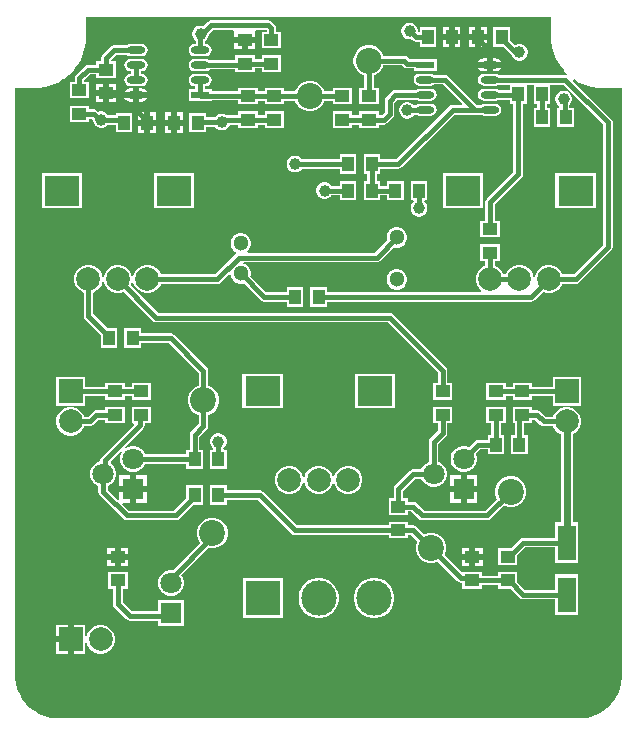
<source format=gtl>
G04*
G04 #@! TF.GenerationSoftware,Altium Limited,Altium Designer,24.2.2 (26)*
G04*
G04 Layer_Physical_Order=1*
G04 Layer_Color=255*
%FSLAX25Y25*%
%MOIN*%
G70*
G04*
G04 #@! TF.SameCoordinates,D69A43C9-FDAF-4BAE-836A-D486D32142D5*
G04*
G04*
G04 #@! TF.FilePolarity,Positive*
G04*
G01*
G75*
%ADD14R,0.04921X0.03937*%
%ADD15R,0.03937X0.04921*%
%ADD16R,0.06299X0.11811*%
%ADD17O,0.06102X0.02362*%
%ADD18R,0.06102X0.02362*%
%ADD36C,0.01575*%
%ADD37C,0.02362*%
%ADD38C,0.08661*%
%ADD39R,0.11811X0.09843*%
%ADD40C,0.07874*%
%ADD41C,0.07087*%
%ADD42R,0.07087X0.07087*%
%ADD43C,0.05118*%
%ADD44C,0.11811*%
%ADD45R,0.11811X0.11811*%
%ADD46R,0.07087X0.07087*%
%ADD47R,0.07874X0.07874*%
%ADD48R,0.07874X0.07874*%
%ADD49C,0.03937*%
G36*
X183835Y405512D02*
X183839Y405492D01*
X183836Y405472D01*
X183870Y404442D01*
X183883Y404384D01*
X183879Y404325D01*
X184148Y402282D01*
X184174Y402207D01*
X184179Y402128D01*
X184712Y400138D01*
X184747Y400067D01*
X184763Y399989D01*
X185551Y398086D01*
X185595Y398020D01*
X185621Y397944D01*
X186651Y396161D01*
X186703Y396101D01*
X186738Y396030D01*
X187992Y394395D01*
X188052Y394343D01*
X188096Y394277D01*
X189084Y393289D01*
X188838Y392828D01*
X188551Y392885D01*
X188551Y392885D01*
X166298D01*
X165926Y393134D01*
X165157Y393287D01*
X161417D01*
X160649Y393134D01*
X159998Y392699D01*
X159563Y392048D01*
X159410Y391280D01*
X159563Y390511D01*
X159998Y389860D01*
X160649Y389425D01*
X161417Y389272D01*
X165157D01*
X165926Y389425D01*
X166298Y389674D01*
X169582D01*
X170079Y389665D01*
X170079Y389174D01*
Y387885D01*
X166298D01*
X165926Y388134D01*
X165157Y388287D01*
X161417D01*
X160649Y388134D01*
X159998Y387699D01*
X159563Y387048D01*
X159410Y386280D01*
X159563Y385511D01*
X159998Y384860D01*
X160649Y384425D01*
X161417Y384273D01*
X165157D01*
X165926Y384425D01*
X166298Y384674D01*
X170079D01*
Y383169D01*
X171229D01*
Y360508D01*
X162250Y351529D01*
X161902Y351008D01*
X161780Y350394D01*
X161780Y350394D01*
Y344291D01*
X160138D01*
Y338779D01*
X166634D01*
Y344291D01*
X164991D01*
Y349729D01*
X173970Y358707D01*
X174318Y359228D01*
X174440Y359842D01*
X174440Y359843D01*
Y383169D01*
X175591D01*
X175591Y389665D01*
X176087Y389674D01*
X177456D01*
X177953Y389665D01*
X177953Y389174D01*
Y383169D01*
X179103D01*
Y381988D01*
X177953D01*
Y375492D01*
X183465D01*
Y381988D01*
X182314D01*
Y383169D01*
X183465D01*
X183465Y389665D01*
X183961Y389674D01*
X187886D01*
X201150Y376409D01*
Y336295D01*
X191264Y326409D01*
X187532D01*
X187473Y326627D01*
X186851Y327704D01*
X185972Y328584D01*
X184894Y329206D01*
X183693Y329528D01*
X182449D01*
X181247Y329206D01*
X180170Y328584D01*
X179290Y327704D01*
X178668Y326627D01*
X178408Y325656D01*
X177891D01*
X177631Y326627D01*
X177009Y327704D01*
X176129Y328584D01*
X175052Y329206D01*
X173850Y329528D01*
X172606D01*
X171405Y329206D01*
X170327Y328584D01*
X169448Y327704D01*
X168826Y326627D01*
X168767Y326409D01*
X167847D01*
X167788Y326627D01*
X167166Y327704D01*
X166287Y328584D01*
X165209Y329206D01*
X164991Y329264D01*
Y330906D01*
X166634D01*
Y336417D01*
X160138D01*
Y330906D01*
X161780D01*
Y329264D01*
X161562Y329206D01*
X160485Y328584D01*
X159605Y327704D01*
X158983Y326627D01*
X158661Y325425D01*
Y324181D01*
X158983Y322980D01*
X159605Y321902D01*
X160485Y321023D01*
X160548Y320986D01*
X160419Y320503D01*
X109055D01*
Y322146D01*
X103543D01*
Y315650D01*
X109055D01*
Y317292D01*
X177165D01*
X177165Y317292D01*
X177780Y317414D01*
X178301Y317762D01*
X181052Y320513D01*
X181247Y320401D01*
X182449Y320079D01*
X183693D01*
X184894Y320401D01*
X185972Y321023D01*
X186851Y321902D01*
X187473Y322980D01*
X187532Y323197D01*
X191929D01*
X191929Y323197D01*
X192543Y323320D01*
X193064Y323668D01*
X203891Y334495D01*
X204239Y335016D01*
X204362Y335630D01*
X204362Y335630D01*
Y377075D01*
X204362Y377075D01*
X204239Y377689D01*
X203891Y378210D01*
X203891Y378210D01*
X191090Y391011D01*
X191091Y391012D01*
X191436Y391375D01*
X193220Y390345D01*
X193295Y390319D01*
X193361Y390275D01*
X195264Y389487D01*
X195342Y389472D01*
X195414Y389436D01*
X197403Y388903D01*
X197483Y388898D01*
X197558Y388873D01*
X199600Y388604D01*
X199660Y388608D01*
X199718Y388594D01*
X200748Y388560D01*
X200768Y388563D01*
X200787Y388560D01*
X207457D01*
X207457Y192913D01*
X207457Y191960D01*
X207208Y190070D01*
X206715Y188228D01*
X205985Y186467D01*
X205032Y184816D01*
X203871Y183303D01*
X202523Y181955D01*
X201011Y180795D01*
X199360Y179841D01*
X197598Y179112D01*
X195757Y178618D01*
X193867Y178369D01*
X192913D01*
X19685Y178369D01*
X18732D01*
X16842Y178618D01*
X15000Y179112D01*
X13239Y179841D01*
X11588Y180795D01*
X10075Y181955D01*
X8727Y183303D01*
X7566Y184816D01*
X6613Y186467D01*
X5883Y188228D01*
X5390Y190070D01*
X5141Y191960D01*
X5141Y192913D01*
Y388560D01*
X11811D01*
X11831Y388563D01*
X11850Y388560D01*
X12880Y388594D01*
X12939Y388608D01*
X12998Y388604D01*
X15041Y388873D01*
X15116Y388898D01*
X15195Y388903D01*
X17185Y389436D01*
X17256Y389472D01*
X17334Y389487D01*
X19237Y390275D01*
X19303Y390319D01*
X19378Y390345D01*
X21162Y391375D01*
X21222Y391427D01*
X21293Y391462D01*
X22928Y392717D01*
X22980Y392776D01*
X23046Y392820D01*
X24502Y394277D01*
X24547Y394343D01*
X24606Y394395D01*
X25860Y396030D01*
X25896Y396101D01*
X25948Y396161D01*
X26978Y397944D01*
X27003Y398020D01*
X27048Y398086D01*
X27836Y399989D01*
X27851Y400067D01*
X27887Y400138D01*
X28420Y402128D01*
X28425Y402207D01*
X28450Y402282D01*
X28719Y404325D01*
X28715Y404384D01*
X28729Y404442D01*
X28763Y405472D01*
X28759Y405492D01*
X28763Y405512D01*
Y412182D01*
X183835D01*
Y405512D01*
D02*
G37*
%LPC*%
G36*
X89567Y411055D02*
X89567Y411055D01*
X70521D01*
X69907Y410932D01*
X69386Y410584D01*
X69386Y410584D01*
X67893Y409091D01*
X67292Y409252D01*
X66566D01*
X65865Y409064D01*
X65237Y408701D01*
X64724Y408188D01*
X64361Y407560D01*
X64173Y406859D01*
Y406133D01*
X64361Y405432D01*
X64724Y404804D01*
X65237Y404291D01*
X65274Y404269D01*
Y403208D01*
X64961D01*
X64193Y403055D01*
X63541Y402620D01*
X63106Y401969D01*
X62954Y401201D01*
X63106Y400433D01*
X63541Y399782D01*
X64193Y399346D01*
X64961Y399194D01*
X68701D01*
X69469Y399346D01*
X70120Y399782D01*
X70555Y400433D01*
X70708Y401201D01*
X70555Y401969D01*
X70120Y402620D01*
X69469Y403055D01*
X68701Y403208D01*
X68486D01*
Y404212D01*
X68621Y404291D01*
X69134Y404804D01*
X69497Y405432D01*
X69685Y406133D01*
Y406342D01*
X71186Y407843D01*
X77876D01*
X78232Y407496D01*
X78232Y407343D01*
Y405528D01*
X81693D01*
X85154D01*
Y407343D01*
X85154Y407496D01*
X85510Y407843D01*
X88902D01*
X88946Y407799D01*
Y407283D01*
X87303D01*
Y401772D01*
X93799D01*
Y407283D01*
X92157D01*
Y408464D01*
X92157Y408465D01*
X92035Y409079D01*
X91686Y409600D01*
X91686Y409600D01*
X90702Y410584D01*
X90181Y410932D01*
X90079Y410953D01*
X89567Y411055D01*
D02*
G37*
G36*
X153559Y408972D02*
X151591D01*
Y406512D01*
X153559D01*
Y408972D01*
D02*
G37*
G36*
X149591D02*
X147622D01*
Y406512D01*
X149591D01*
Y408972D01*
D02*
G37*
G36*
X162417D02*
X160449D01*
Y406512D01*
X162417D01*
Y408972D01*
D02*
G37*
G36*
X158449D02*
X156480D01*
Y406512D01*
X158449D01*
Y408972D01*
D02*
G37*
G36*
X47244Y403208D02*
X43504D01*
X42736Y403055D01*
X42364Y402806D01*
X38012D01*
X38012Y402806D01*
X37397Y402684D01*
X36876Y402336D01*
X34298Y399757D01*
X33950Y399236D01*
X33827Y398622D01*
X33827Y398622D01*
Y397441D01*
X32185D01*
Y396291D01*
X29528D01*
X28913Y396168D01*
X28392Y395820D01*
X28392Y395820D01*
X25439Y392868D01*
X25091Y392347D01*
X24969Y391732D01*
X24969Y391732D01*
Y390551D01*
X23327D01*
Y385039D01*
X29823D01*
Y390551D01*
X28181D01*
Y391067D01*
X30193Y393079D01*
X32185D01*
Y391929D01*
X38681D01*
Y397441D01*
X37039D01*
Y397957D01*
X38677Y399595D01*
X42364D01*
X42736Y399346D01*
X43504Y399194D01*
X47244D01*
X48012Y399346D01*
X48663Y399782D01*
X49098Y400433D01*
X49251Y401201D01*
X49098Y401969D01*
X48663Y402620D01*
X48012Y403055D01*
X47244Y403208D01*
D02*
G37*
G36*
X136977Y410236D02*
X136251D01*
X135550Y410048D01*
X134922Y409686D01*
X134409Y409172D01*
X134046Y408544D01*
X133858Y407843D01*
Y407118D01*
X134046Y406417D01*
X134409Y405788D01*
X134922Y405275D01*
X135550Y404912D01*
X136251Y404724D01*
X136977D01*
X137109Y404760D01*
X137493Y404376D01*
X138013Y404028D01*
X138628Y403906D01*
X138628Y403906D01*
X139961D01*
Y402264D01*
X145472D01*
Y408760D01*
X139961D01*
Y407118D01*
X139370D01*
X139370Y407118D01*
Y407843D01*
X139182Y408544D01*
X138819Y409172D01*
X138306Y409686D01*
X137678Y410048D01*
X136977Y410236D01*
D02*
G37*
G36*
X162417Y404512D02*
X160449D01*
Y402051D01*
X162417D01*
Y404512D01*
D02*
G37*
G36*
X158449D02*
X156480D01*
Y402051D01*
X158449D01*
Y404512D01*
D02*
G37*
G36*
X153559Y404512D02*
X151591D01*
Y402051D01*
X153559D01*
Y404512D01*
D02*
G37*
G36*
X149591D02*
X147622D01*
Y402051D01*
X149591D01*
Y404512D01*
D02*
G37*
G36*
X85154Y403528D02*
X82693D01*
Y401559D01*
X85154D01*
Y403528D01*
D02*
G37*
G36*
X80693D02*
X78232D01*
Y401559D01*
X80693D01*
Y403528D01*
D02*
G37*
G36*
X93799Y399409D02*
X87303D01*
Y398259D01*
X84941D01*
Y399409D01*
X78445D01*
Y397957D01*
X69616D01*
X69469Y398055D01*
X68701Y398208D01*
X64961D01*
X64193Y398055D01*
X63541Y397620D01*
X63106Y396969D01*
X62954Y396201D01*
X63106Y395433D01*
X63541Y394782D01*
X64193Y394346D01*
X64961Y394194D01*
X68701D01*
X69469Y394346D01*
X70066Y394746D01*
X78445D01*
Y393898D01*
X84941D01*
Y395048D01*
X87303D01*
Y393898D01*
X93799D01*
Y399409D01*
D02*
G37*
G36*
X170079Y408760D02*
X164567D01*
Y402264D01*
X167808D01*
X170361Y399710D01*
X170361Y399710D01*
X170601Y399550D01*
X170660Y399330D01*
X171023Y398702D01*
X171536Y398188D01*
X172165Y397826D01*
X172865Y397638D01*
X173591D01*
X174292Y397826D01*
X174920Y398188D01*
X175434Y398702D01*
X175796Y399330D01*
X175984Y400031D01*
Y400757D01*
X175796Y401457D01*
X175434Y402086D01*
X174920Y402599D01*
X174292Y402962D01*
X173591Y403150D01*
X172865D01*
X172165Y402962D01*
X171839Y402774D01*
X170079Y404534D01*
Y408760D01*
D02*
G37*
G36*
X165157Y398503D02*
X164287D01*
Y397280D01*
X167113D01*
X166730Y397852D01*
X166008Y398334D01*
X165157Y398503D01*
D02*
G37*
G36*
X162287D02*
X161417D01*
X160566Y398334D01*
X159845Y397852D01*
X159462Y397280D01*
X162287D01*
Y398503D01*
D02*
G37*
G36*
X123705Y402756D02*
X122358D01*
X121056Y402407D01*
X119889Y401733D01*
X118936Y400780D01*
X118262Y399613D01*
X117913Y398312D01*
Y396964D01*
X118262Y395662D01*
X118936Y394495D01*
X119889Y393542D01*
X121056Y392868D01*
X121426Y392769D01*
Y388583D01*
X119783D01*
Y383071D01*
X126279D01*
Y388583D01*
X124637D01*
Y392769D01*
X125007Y392868D01*
X126174Y393542D01*
X127127Y394495D01*
X127801Y395662D01*
X127900Y396032D01*
X134177D01*
X134691Y395518D01*
X134691Y395518D01*
X135212Y395170D01*
X135827Y395048D01*
X137992D01*
Y394311D01*
X145669D01*
Y398248D01*
X141513D01*
X141457Y398259D01*
X141457Y398259D01*
X136492D01*
X135978Y398773D01*
X135457Y399121D01*
X134843Y399243D01*
X134843Y399243D01*
X127900D01*
X127801Y399613D01*
X127127Y400780D01*
X126174Y401733D01*
X125007Y402407D01*
X123705Y402756D01*
D02*
G37*
G36*
X167113Y395280D02*
X164287D01*
Y394056D01*
X165157D01*
X166008Y394225D01*
X166730Y394707D01*
X167113Y395280D01*
D02*
G37*
G36*
X162287D02*
X159462D01*
X159845Y394707D01*
X160566Y394225D01*
X161417Y394056D01*
X162287D01*
Y395280D01*
D02*
G37*
G36*
X47244Y398208D02*
X43504D01*
X42736Y398055D01*
X42085Y397620D01*
X41650Y396969D01*
X41497Y396201D01*
X41650Y395433D01*
X42085Y394782D01*
X42736Y394346D01*
X43504Y394194D01*
X43768D01*
Y393208D01*
X43504D01*
X42736Y393055D01*
X42085Y392620D01*
X41650Y391969D01*
X41497Y391201D01*
X41650Y390433D01*
X42085Y389782D01*
X42736Y389347D01*
X43504Y389194D01*
X47244D01*
X48012Y389347D01*
X48663Y389782D01*
X49098Y390433D01*
X49251Y391201D01*
X49098Y391969D01*
X48663Y392620D01*
X48012Y393055D01*
X47244Y393208D01*
X46980D01*
Y394194D01*
X47244D01*
X48012Y394346D01*
X48663Y394782D01*
X49098Y395433D01*
X49251Y396201D01*
X49098Y396969D01*
X48663Y397620D01*
X48012Y398055D01*
X47244Y398208D01*
D02*
G37*
G36*
X143701Y388287D02*
X139961D01*
X139193Y388134D01*
X138821Y387885D01*
X131890D01*
X131890Y387885D01*
X131275Y387763D01*
X130754Y387415D01*
X128786Y385446D01*
X128438Y384926D01*
X128316Y384311D01*
X128316Y384311D01*
Y380586D01*
X127288Y379558D01*
X126279D01*
Y380709D01*
X119783D01*
Y379558D01*
X117421D01*
Y380709D01*
X110925D01*
Y375197D01*
X117421D01*
Y376347D01*
X119783D01*
Y375197D01*
X126279D01*
Y376347D01*
X127953D01*
X127953Y376347D01*
X128567Y376469D01*
X129088Y376817D01*
X131057Y378786D01*
X131057Y378786D01*
X131405Y379307D01*
X131527Y379921D01*
Y383646D01*
X132555Y384674D01*
X138821D01*
X139193Y384425D01*
X139961Y384273D01*
X143701D01*
X144469Y384425D01*
X145120Y384860D01*
X145555Y385511D01*
X145708Y386280D01*
X145555Y387048D01*
X145120Y387699D01*
X144469Y388134D01*
X143701Y388287D01*
D02*
G37*
G36*
X38894Y389779D02*
X36433D01*
Y387811D01*
X38894D01*
Y389779D01*
D02*
G37*
G36*
X34433D02*
X31972D01*
Y387811D01*
X34433D01*
Y389779D01*
D02*
G37*
G36*
X47244Y388425D02*
X46374D01*
Y387201D01*
X49199D01*
X48817Y387773D01*
X48095Y388255D01*
X47244Y388425D01*
D02*
G37*
G36*
X44374D02*
X43504D01*
X42653Y388255D01*
X41932Y387773D01*
X41549Y387201D01*
X44374D01*
Y388425D01*
D02*
G37*
G36*
X49199Y385201D02*
X46374D01*
Y383977D01*
X47244D01*
X48095Y384146D01*
X48817Y384628D01*
X49199Y385201D01*
D02*
G37*
G36*
X44374D02*
X41549D01*
X41932Y384628D01*
X42653Y384146D01*
X43504Y383977D01*
X44374D01*
Y385201D01*
D02*
G37*
G36*
X38894Y385811D02*
X36433D01*
Y383842D01*
X38894D01*
Y385811D01*
D02*
G37*
G36*
X34433D02*
X31972D01*
Y383842D01*
X34433D01*
Y385811D01*
D02*
G37*
G36*
X68701Y393208D02*
X64961D01*
X64193Y393055D01*
X63541Y392620D01*
X63106Y391969D01*
X62954Y391201D01*
X63106Y390433D01*
X63541Y389782D01*
X64193Y389347D01*
X64961Y389194D01*
X65225D01*
Y388169D01*
X62992D01*
Y384232D01*
X70669D01*
Y384408D01*
X79429D01*
Y383071D01*
X85925D01*
Y384221D01*
X88287D01*
Y383071D01*
X94784D01*
Y384221D01*
X98478D01*
X98577Y383851D01*
X99251Y382684D01*
X100204Y381731D01*
X101371Y381058D01*
X102673Y380709D01*
X104020D01*
X105322Y381058D01*
X106489Y381731D01*
X107442Y382684D01*
X108116Y383851D01*
X108215Y384221D01*
X110925D01*
Y383071D01*
X117421D01*
Y388583D01*
X110925D01*
Y387432D01*
X108215D01*
X108116Y387802D01*
X107442Y388969D01*
X106489Y389922D01*
X105322Y390596D01*
X104020Y390945D01*
X102673D01*
X101371Y390596D01*
X100204Y389922D01*
X99251Y388969D01*
X98577Y387802D01*
X98478Y387432D01*
X94784D01*
Y388583D01*
X88287D01*
Y387432D01*
X85925D01*
Y388583D01*
X79429D01*
Y387619D01*
X70669D01*
Y388169D01*
X68436D01*
Y389194D01*
X68701D01*
X69469Y389347D01*
X70120Y389782D01*
X70555Y390433D01*
X70708Y391201D01*
X70555Y391969D01*
X70120Y392620D01*
X69469Y393055D01*
X68701Y393208D01*
D02*
G37*
G36*
X94784Y380709D02*
X88287D01*
Y379558D01*
X85925D01*
Y380709D01*
X79429D01*
Y379558D01*
X75442D01*
X75398Y379550D01*
X75080Y379733D01*
X74379Y379921D01*
X73653D01*
X72952Y379733D01*
X72324Y379371D01*
X71811Y378857D01*
X71760Y378771D01*
X68701D01*
Y380217D01*
X63189D01*
Y373721D01*
X68701D01*
Y375560D01*
X71760D01*
X71811Y375473D01*
X72324Y374960D01*
X72952Y374597D01*
X73653Y374410D01*
X74379D01*
X75080Y374597D01*
X75708Y374960D01*
X76221Y375473D01*
X76584Y376102D01*
X76650Y376347D01*
X79429D01*
Y375197D01*
X85925D01*
Y376347D01*
X88287D01*
Y375197D01*
X94784D01*
Y380709D01*
D02*
G37*
G36*
X143701Y393287D02*
X139961D01*
X139193Y393134D01*
X138541Y392699D01*
X138106Y392048D01*
X137954Y391280D01*
X138106Y390511D01*
X138541Y389860D01*
X139193Y389425D01*
X139961Y389272D01*
X143701D01*
X144469Y389425D01*
X144929Y389733D01*
X147760D01*
X154146Y383347D01*
X153955Y382885D01*
X150965D01*
X150350Y382763D01*
X149829Y382415D01*
X132209Y364795D01*
X126772D01*
Y366437D01*
X121260D01*
Y359941D01*
X122410D01*
Y357579D01*
X121260D01*
Y351083D01*
X126772D01*
Y352725D01*
X129134D01*
Y351083D01*
X134646D01*
Y357579D01*
X129134D01*
Y355936D01*
X126772D01*
Y357579D01*
X125621D01*
Y359941D01*
X126772D01*
Y361583D01*
X132874D01*
X132874Y361583D01*
X133489Y361705D01*
X134009Y362054D01*
X151630Y379674D01*
X160277D01*
X160649Y379425D01*
X161417Y379273D01*
X165157D01*
X165926Y379425D01*
X166577Y379860D01*
X167012Y380511D01*
X167165Y381279D01*
X167012Y382048D01*
X166577Y382699D01*
X165926Y383134D01*
X165157Y383287D01*
X161417D01*
X160649Y383134D01*
X160277Y382885D01*
X159149D01*
X149561Y392474D01*
X149040Y392822D01*
X148425Y392944D01*
X148425Y392944D01*
X144753D01*
X144469Y393134D01*
X143701Y393287D01*
D02*
G37*
G36*
X136190Y383858D02*
X135464D01*
X134763Y383670D01*
X134135Y383308D01*
X133622Y382794D01*
X133259Y382166D01*
X133071Y381465D01*
Y380739D01*
X133259Y380039D01*
X133622Y379410D01*
X134135Y378897D01*
X134763Y378534D01*
X135464Y378346D01*
X136190D01*
X136890Y378534D01*
X137519Y378897D01*
X138032Y379410D01*
X138133Y379585D01*
X138953D01*
X139193Y379425D01*
X139961Y379273D01*
X143701D01*
X144469Y379425D01*
X145120Y379860D01*
X145555Y380511D01*
X145708Y381279D01*
X145555Y382048D01*
X145120Y382699D01*
X144469Y383134D01*
X143701Y383287D01*
X139961D01*
X139193Y383134D01*
X138688Y382797D01*
X138030D01*
X137519Y383308D01*
X136890Y383670D01*
X136190Y383858D01*
D02*
G37*
G36*
X61039Y380429D02*
X59071D01*
Y377969D01*
X61039D01*
Y380429D01*
D02*
G37*
G36*
X57071D02*
X55102D01*
Y377969D01*
X57071D01*
Y380429D01*
D02*
G37*
G36*
X52181D02*
X50213D01*
Y377969D01*
X52181D01*
Y380429D01*
D02*
G37*
G36*
X48213D02*
X46244D01*
Y377969D01*
X48213D01*
Y380429D01*
D02*
G37*
G36*
X188355Y387598D02*
X187629D01*
X186928Y387411D01*
X186300Y387048D01*
X185787Y386535D01*
X185424Y385906D01*
X185236Y385205D01*
Y384480D01*
X185424Y383779D01*
X185787Y383150D01*
X186300Y382637D01*
X186558Y382488D01*
X186424Y381988D01*
X185827D01*
Y375492D01*
X191339D01*
Y381988D01*
X189893D01*
Y382846D01*
X190197Y383150D01*
X190560Y383779D01*
X190748Y384480D01*
Y385205D01*
X190560Y385906D01*
X190197Y386535D01*
X189684Y387048D01*
X189056Y387411D01*
X188355Y387598D01*
D02*
G37*
G36*
X29823Y382677D02*
X23327D01*
Y377165D01*
X29823D01*
Y378169D01*
X30733D01*
X31102Y377799D01*
Y377590D01*
X31290Y376889D01*
X31653Y376261D01*
X32166Y375747D01*
X32794Y375385D01*
X33495Y375197D01*
X34221D01*
X34922Y375385D01*
X35550Y375747D01*
X36064Y376261D01*
X36114Y376347D01*
X38583D01*
Y373721D01*
X44094D01*
Y380217D01*
X38583D01*
Y379558D01*
X36114D01*
X36064Y379645D01*
X35550Y380158D01*
X34922Y380521D01*
X34221Y380709D01*
X33495D01*
X32895Y380548D01*
X32533Y380909D01*
X32012Y381258D01*
X31398Y381380D01*
X31398Y381380D01*
X29823D01*
Y382677D01*
D02*
G37*
G36*
X61039Y375969D02*
X59071D01*
Y373508D01*
X61039D01*
Y375969D01*
D02*
G37*
G36*
X57071D02*
X55102D01*
Y373508D01*
X57071D01*
Y375969D01*
D02*
G37*
G36*
X52181Y375969D02*
X50213D01*
Y373508D01*
X52181D01*
Y375969D01*
D02*
G37*
G36*
X48213D02*
X46244D01*
Y373508D01*
X48213D01*
Y375969D01*
D02*
G37*
G36*
X118898Y366437D02*
X113386D01*
Y364795D01*
X100680D01*
X100630Y364881D01*
X100117Y365394D01*
X99489Y365757D01*
X98788Y365945D01*
X98062D01*
X97361Y365757D01*
X96733Y365394D01*
X96220Y364881D01*
X95857Y364253D01*
X95669Y363552D01*
Y362826D01*
X95857Y362125D01*
X96220Y361497D01*
X96733Y360984D01*
X97361Y360621D01*
X98062Y360433D01*
X98788D01*
X99489Y360621D01*
X100117Y360984D01*
X100630Y361497D01*
X100680Y361583D01*
X113386D01*
Y359941D01*
X118898D01*
Y366437D01*
D02*
G37*
G36*
Y357579D02*
X113386D01*
Y355936D01*
X110523D01*
X110473Y356023D01*
X109960Y356536D01*
X109332Y356899D01*
X108631Y357087D01*
X107905D01*
X107204Y356899D01*
X106576Y356536D01*
X106062Y356023D01*
X105700Y355395D01*
X105512Y354694D01*
Y353968D01*
X105700Y353267D01*
X106062Y352639D01*
X106576Y352125D01*
X107204Y351763D01*
X107905Y351575D01*
X108631D01*
X109332Y351763D01*
X109960Y352125D01*
X110473Y352639D01*
X110523Y352725D01*
X113386D01*
Y351083D01*
X118898D01*
Y357579D01*
D02*
G37*
G36*
X198622Y360039D02*
X185236D01*
Y348622D01*
X198622D01*
Y360039D01*
D02*
G37*
G36*
X161221D02*
X147835D01*
Y348622D01*
X161221D01*
Y360039D01*
D02*
G37*
G36*
X64764D02*
X51378D01*
Y348622D01*
X64764D01*
Y360039D01*
D02*
G37*
G36*
X27362D02*
X13976D01*
Y348622D01*
X27362D01*
Y360039D01*
D02*
G37*
G36*
X142520Y357579D02*
X137008D01*
Y351083D01*
X137855D01*
X137996Y350788D01*
X138024Y350583D01*
X137558Y350117D01*
X137196Y349489D01*
X137008Y348788D01*
Y348062D01*
X137196Y347361D01*
X137558Y346733D01*
X138072Y346220D01*
X138700Y345857D01*
X139401Y345669D01*
X140127D01*
X140828Y345857D01*
X141456Y346220D01*
X141969Y346733D01*
X142332Y347361D01*
X142520Y348062D01*
Y348788D01*
X142332Y349489D01*
X141969Y350117D01*
X141504Y350583D01*
X141532Y350788D01*
X141673Y351083D01*
X142520D01*
Y357579D01*
D02*
G37*
G36*
X132740Y342039D02*
X131859D01*
X131008Y341811D01*
X130244Y341371D01*
X129621Y340748D01*
X129181Y339985D01*
X128953Y339134D01*
Y338252D01*
X129087Y337751D01*
X124953Y333617D01*
X82601D01*
X82456Y334117D01*
X82977Y334638D01*
X83418Y335401D01*
X83646Y336252D01*
Y337134D01*
X83418Y337985D01*
X82977Y338748D01*
X82354Y339371D01*
X81591Y339811D01*
X80740Y340039D01*
X79859D01*
X79008Y339811D01*
X78244Y339371D01*
X77621Y338748D01*
X77181Y337985D01*
X76953Y337134D01*
Y336252D01*
X77181Y335401D01*
X77621Y334638D01*
X78244Y334015D01*
X78669Y333770D01*
X78688Y333182D01*
X78636Y333147D01*
X71898Y326409D01*
X53673D01*
X53615Y326627D01*
X52993Y327704D01*
X52113Y328584D01*
X51036Y329206D01*
X49835Y329528D01*
X48591D01*
X47389Y329206D01*
X46312Y328584D01*
X45432Y327704D01*
X44810Y326627D01*
X44550Y325656D01*
X44032D01*
X43773Y326627D01*
X43150Y327704D01*
X42271Y328584D01*
X41194Y329206D01*
X39992Y329528D01*
X38748D01*
X37547Y329206D01*
X36469Y328584D01*
X35590Y327704D01*
X34968Y326627D01*
X34708Y325656D01*
X34190D01*
X33930Y326627D01*
X33308Y327704D01*
X32428Y328584D01*
X31351Y329206D01*
X30149Y329528D01*
X28906D01*
X27704Y329206D01*
X26627Y328584D01*
X25747Y327704D01*
X25125Y326627D01*
X24803Y325425D01*
Y324181D01*
X25125Y322980D01*
X25747Y321902D01*
X26627Y321023D01*
X27704Y320401D01*
X27922Y320342D01*
Y312500D01*
X27922Y312500D01*
X28044Y311885D01*
X28392Y311365D01*
X33661Y306095D01*
Y301870D01*
X39173D01*
Y308366D01*
X35932D01*
X31133Y313165D01*
Y320342D01*
X31351Y320401D01*
X32428Y321023D01*
X33308Y321902D01*
X33930Y322980D01*
X34190Y323950D01*
X34708D01*
X34968Y322980D01*
X35590Y321902D01*
X36469Y321023D01*
X37547Y320401D01*
X38748Y320079D01*
X39992D01*
X41194Y320401D01*
X41389Y320514D01*
X51030Y310873D01*
X51551Y310524D01*
X52165Y310402D01*
X52165Y310402D01*
X129256D01*
X146032Y293626D01*
Y290158D01*
X144390D01*
Y284646D01*
X150886D01*
Y290158D01*
X149243D01*
Y294291D01*
X149121Y294906D01*
X148773Y295427D01*
X131057Y313143D01*
X130536Y313491D01*
X129921Y313614D01*
X129921Y313614D01*
X52830D01*
X43660Y322784D01*
X43773Y322980D01*
X44032Y323950D01*
X44550D01*
X44810Y322980D01*
X45432Y321902D01*
X46312Y321023D01*
X47389Y320401D01*
X48591Y320079D01*
X49835D01*
X51036Y320401D01*
X52113Y321023D01*
X52993Y321902D01*
X53615Y322980D01*
X53673Y323197D01*
X72563D01*
X72563Y323197D01*
X73178Y323320D01*
X73699Y323668D01*
X76491Y326460D01*
X76727Y326362D01*
X76961Y326223D01*
X77181Y325401D01*
X77621Y324638D01*
X78244Y324015D01*
X79008Y323574D01*
X79859Y323346D01*
X80740D01*
X81241Y323481D01*
X86959Y317762D01*
X86959Y317762D01*
X87480Y317414D01*
X88095Y317292D01*
X88095Y317292D01*
X95669D01*
Y315650D01*
X101181D01*
Y322146D01*
X95669D01*
Y320503D01*
X88760D01*
X83511Y325751D01*
X83646Y326252D01*
Y327133D01*
X83418Y327985D01*
X82977Y328748D01*
X82354Y329371D01*
X81591Y329811D01*
X81238Y329906D01*
X81303Y330406D01*
X125618D01*
X125618Y330406D01*
X126232Y330528D01*
X126753Y330876D01*
X131358Y335481D01*
X131859Y335347D01*
X132740D01*
X133591Y335575D01*
X134354Y336015D01*
X134977Y336638D01*
X135418Y337401D01*
X135646Y338252D01*
Y339134D01*
X135418Y339985D01*
X134977Y340748D01*
X134354Y341371D01*
X133591Y341811D01*
X132740Y342039D01*
D02*
G37*
G36*
Y328039D02*
X131859D01*
X131008Y327811D01*
X130244Y327371D01*
X129621Y326748D01*
X129181Y325985D01*
X128953Y325133D01*
Y324252D01*
X129181Y323401D01*
X129621Y322638D01*
X130244Y322015D01*
X131008Y321574D01*
X131859Y321346D01*
X132740D01*
X133591Y321574D01*
X134354Y322015D01*
X134977Y322638D01*
X135418Y323401D01*
X135646Y324252D01*
Y325133D01*
X135418Y325985D01*
X134977Y326748D01*
X134354Y327371D01*
X133591Y327811D01*
X132740Y328039D01*
D02*
G37*
G36*
X193701Y292126D02*
X184252D01*
Y289007D01*
X177461D01*
Y290158D01*
X170965D01*
Y289007D01*
X168602D01*
Y290158D01*
X162106D01*
Y284646D01*
X168602D01*
Y285796D01*
X170965D01*
Y284646D01*
X177461D01*
Y285796D01*
X184252D01*
Y282677D01*
X193701D01*
Y292126D01*
D02*
G37*
G36*
X28346D02*
X18898D01*
Y282677D01*
X28346D01*
Y285796D01*
X35138D01*
Y284646D01*
X41634D01*
Y285796D01*
X43996D01*
Y284646D01*
X50492D01*
Y290158D01*
X43996D01*
Y289007D01*
X41634D01*
Y290158D01*
X35138D01*
Y289007D01*
X28346D01*
Y292126D01*
D02*
G37*
G36*
X131693Y293110D02*
X118307D01*
Y281693D01*
X131693D01*
Y293110D01*
D02*
G37*
G36*
X94291D02*
X80905D01*
Y281693D01*
X94291D01*
Y293110D01*
D02*
G37*
G36*
X41634Y282283D02*
X35138D01*
Y281133D01*
X32083D01*
X32083Y281133D01*
X31468Y281011D01*
X30947Y280663D01*
X29291Y279007D01*
X28083D01*
X28025Y279225D01*
X27402Y280302D01*
X26523Y281182D01*
X25446Y281804D01*
X24244Y282126D01*
X23000D01*
X21799Y281804D01*
X20721Y281182D01*
X19842Y280302D01*
X19220Y279225D01*
X18898Y278024D01*
Y276780D01*
X19220Y275578D01*
X19842Y274501D01*
X20721Y273621D01*
X21799Y272999D01*
X23000Y272677D01*
X24244D01*
X25446Y272999D01*
X26523Y273621D01*
X27402Y274501D01*
X28025Y275578D01*
X28083Y275796D01*
X29957D01*
X29957Y275796D01*
X30571Y275918D01*
X31092Y276266D01*
X32748Y277922D01*
X35138D01*
Y276772D01*
X41634D01*
Y282283D01*
D02*
G37*
G36*
X168602D02*
X162106D01*
Y276772D01*
X163749D01*
Y272933D01*
X162598D01*
Y271291D01*
X159449D01*
X159449Y271291D01*
X158834Y271168D01*
X158313Y270820D01*
X158313Y270820D01*
X156337Y268844D01*
X156278Y268878D01*
X155176Y269173D01*
X154036D01*
X152935Y268878D01*
X151947Y268308D01*
X151141Y267502D01*
X150571Y266514D01*
X150276Y265413D01*
Y264272D01*
X150571Y263171D01*
X151141Y262183D01*
X151947Y261377D01*
X152935Y260807D01*
X154036Y260512D01*
X155176D01*
X156278Y260807D01*
X157265Y261377D01*
X158072Y262183D01*
X158642Y263171D01*
X158937Y264272D01*
Y265413D01*
X158642Y266514D01*
X158608Y266573D01*
X160114Y268079D01*
X162598D01*
Y266437D01*
X168110D01*
Y272933D01*
X166960D01*
Y276772D01*
X168602D01*
Y282283D01*
D02*
G37*
G36*
X47047Y308366D02*
X41535D01*
Y301870D01*
X47047D01*
Y303513D01*
X56422D01*
X66308Y293626D01*
Y289317D01*
X65938Y289218D01*
X64771Y288544D01*
X63818Y287591D01*
X63144Y286424D01*
X62795Y285123D01*
Y283775D01*
X63144Y282473D01*
X63818Y281306D01*
X64771Y280353D01*
X65938Y279679D01*
X66308Y279580D01*
Y276626D01*
X63825Y274143D01*
X63477Y273622D01*
X63355Y273008D01*
X63355Y273008D01*
Y268012D01*
X62205D01*
Y266448D01*
X48502D01*
X48484Y266514D01*
X47914Y267502D01*
X47108Y268308D01*
X46120Y268878D01*
X45019Y269173D01*
X43879D01*
X42777Y268878D01*
X42181Y268534D01*
X41874Y268934D01*
X47887Y274947D01*
X47887Y274947D01*
X48235Y275468D01*
X48358Y276083D01*
X48358Y276083D01*
Y276772D01*
X50492D01*
Y282283D01*
X43996D01*
Y276772D01*
X44463D01*
X44670Y276272D01*
X33946Y265547D01*
X33598Y265026D01*
X33476Y264412D01*
X33476Y264412D01*
Y264065D01*
X32777Y263878D01*
X31790Y263308D01*
X30983Y262502D01*
X30413Y261514D01*
X30118Y260413D01*
Y259272D01*
X30413Y258171D01*
X30983Y257183D01*
X31790Y256377D01*
X32777Y255807D01*
X32843Y255789D01*
Y253937D01*
X32843Y253937D01*
X32965Y253323D01*
X33314Y252802D01*
X41187Y244928D01*
X41188Y244928D01*
X41708Y244580D01*
X42323Y244457D01*
X58648D01*
X58648Y244457D01*
X59262Y244580D01*
X59783Y244928D01*
X64476Y249620D01*
X67717D01*
Y256116D01*
X62205D01*
Y251891D01*
X57983Y247669D01*
X42988D01*
X40819Y249837D01*
X41011Y250299D01*
X43449D01*
Y253842D01*
X39906D01*
Y251404D01*
X39444Y251213D01*
X36055Y254602D01*
Y255789D01*
X36120Y255807D01*
X37108Y256377D01*
X37914Y257183D01*
X38484Y258171D01*
X38780Y259272D01*
Y260413D01*
X38484Y261514D01*
X37914Y262502D01*
X37108Y263308D01*
X36994Y263374D01*
X36926Y263985D01*
X40357Y267417D01*
X40758Y267110D01*
X40413Y266514D01*
X40118Y265413D01*
Y264272D01*
X40413Y263171D01*
X40983Y262183D01*
X41790Y261377D01*
X42777Y260807D01*
X43879Y260512D01*
X45019D01*
X46120Y260807D01*
X47108Y261377D01*
X47914Y262183D01*
X48484Y263171D01*
X48502Y263237D01*
X62205D01*
Y261516D01*
X67716D01*
Y268012D01*
X66566D01*
Y272343D01*
X69049Y274825D01*
X69049Y274825D01*
X69397Y275346D01*
X69519Y275960D01*
Y279580D01*
X69889Y279679D01*
X71056Y280353D01*
X72009Y281306D01*
X72683Y282473D01*
X73032Y283775D01*
Y285123D01*
X72683Y286424D01*
X72009Y287591D01*
X71056Y288544D01*
X69889Y289218D01*
X69519Y289317D01*
Y294291D01*
X69397Y294906D01*
X69049Y295427D01*
X69049Y295427D01*
X58222Y306254D01*
X57701Y306602D01*
X57087Y306724D01*
X57087Y306724D01*
X47047D01*
Y308366D01*
D02*
G37*
G36*
X73198Y273425D02*
X72472D01*
X71771Y273237D01*
X71143Y272875D01*
X70629Y272361D01*
X70267Y271733D01*
X70079Y271032D01*
Y270306D01*
X70267Y269605D01*
X70629Y268977D01*
X71095Y268512D01*
X71067Y268306D01*
X70926Y268012D01*
X70079D01*
Y261516D01*
X75590D01*
Y268012D01*
X74744D01*
X74602Y268306D01*
X74575Y268512D01*
X75040Y268977D01*
X75403Y269605D01*
X75590Y270306D01*
Y271032D01*
X75403Y271733D01*
X75040Y272361D01*
X74527Y272875D01*
X73898Y273237D01*
X73198Y273425D01*
D02*
G37*
G36*
X116764Y262598D02*
X115520D01*
X114318Y262277D01*
X113241Y261654D01*
X112361Y260775D01*
X111739Y259698D01*
X111479Y258727D01*
X110962D01*
X110702Y259698D01*
X110080Y260775D01*
X109200Y261654D01*
X108123Y262277D01*
X106921Y262598D01*
X105677D01*
X104476Y262277D01*
X103398Y261654D01*
X102519Y260775D01*
X101897Y259698D01*
X101637Y258727D01*
X101119D01*
X100859Y259698D01*
X100237Y260775D01*
X99358Y261654D01*
X98280Y262277D01*
X97079Y262598D01*
X95835D01*
X94633Y262277D01*
X93556Y261654D01*
X92676Y260775D01*
X92054Y259698D01*
X91732Y258496D01*
Y257252D01*
X92054Y256050D01*
X92676Y254973D01*
X93556Y254094D01*
X94633Y253472D01*
X95835Y253150D01*
X97079D01*
X98280Y253472D01*
X99358Y254094D01*
X100237Y254973D01*
X100859Y256050D01*
X101119Y257021D01*
X101637D01*
X101897Y256050D01*
X102519Y254973D01*
X103398Y254094D01*
X104476Y253472D01*
X105677Y253150D01*
X106921D01*
X108123Y253472D01*
X109200Y254094D01*
X110080Y254973D01*
X110702Y256050D01*
X110962Y257021D01*
X111479D01*
X111739Y256050D01*
X112361Y254973D01*
X113241Y254094D01*
X114318Y253472D01*
X115520Y253150D01*
X116764D01*
X117965Y253472D01*
X119043Y254094D01*
X119922Y254973D01*
X120544Y256050D01*
X120866Y257252D01*
Y258496D01*
X120544Y259698D01*
X119922Y260775D01*
X119043Y261654D01*
X117965Y262277D01*
X116764Y262598D01*
D02*
G37*
G36*
X159150Y259386D02*
X155606D01*
Y255842D01*
X159150D01*
Y259386D01*
D02*
G37*
G36*
X48992D02*
X45449D01*
Y255842D01*
X48992D01*
Y259386D01*
D02*
G37*
G36*
X153606D02*
X150063D01*
Y255842D01*
X153606D01*
Y259386D01*
D02*
G37*
G36*
X43449D02*
X39906D01*
Y255842D01*
X43449D01*
Y259386D01*
D02*
G37*
G36*
X159150Y253842D02*
X155606D01*
Y250299D01*
X159150D01*
Y253842D01*
D02*
G37*
G36*
X153606D02*
X150063D01*
Y250299D01*
X153606D01*
Y253842D01*
D02*
G37*
G36*
X48992D02*
X45449D01*
Y250299D01*
X48992D01*
Y253842D01*
D02*
G37*
G36*
X150886Y282283D02*
X144390D01*
Y276772D01*
X146032D01*
Y274287D01*
X143471Y271726D01*
X143123Y271205D01*
X143001Y270590D01*
X143001Y270590D01*
Y263896D01*
X142935Y263878D01*
X141947Y263308D01*
X141141Y262502D01*
X140571Y261514D01*
X140553Y261448D01*
X137795D01*
X137181Y261326D01*
X136660Y260978D01*
X136660Y260978D01*
X131739Y256057D01*
X131391Y255536D01*
X131268Y254921D01*
X131268Y254921D01*
Y251772D01*
X129626D01*
Y246260D01*
X136122D01*
Y247410D01*
X137130D01*
X139613Y244928D01*
X139613Y244928D01*
X140134Y244580D01*
X140748Y244457D01*
X162401D01*
X162402Y244457D01*
X163016Y244580D01*
X163537Y244928D01*
X167968Y249359D01*
X168300Y249168D01*
X169602Y248819D01*
X170949D01*
X172251Y249168D01*
X173418Y249841D01*
X174371Y250794D01*
X175045Y251961D01*
X175394Y253263D01*
Y254611D01*
X175045Y255912D01*
X174371Y257080D01*
X173418Y258032D01*
X172251Y258706D01*
X170949Y259055D01*
X169602D01*
X168300Y258706D01*
X167133Y258032D01*
X166180Y257080D01*
X165506Y255912D01*
X165157Y254611D01*
Y253263D01*
X165506Y251961D01*
X165698Y251630D01*
X161737Y247669D01*
X141413D01*
X138931Y250151D01*
X138410Y250499D01*
X137795Y250621D01*
X137795Y250621D01*
X136122D01*
Y251772D01*
X134480D01*
Y254256D01*
X138460Y258237D01*
X140553D01*
X140571Y258171D01*
X141141Y257183D01*
X141947Y256377D01*
X142935Y255807D01*
X144036Y255512D01*
X145176D01*
X146278Y255807D01*
X147265Y256377D01*
X148072Y257183D01*
X148642Y258171D01*
X148937Y259272D01*
Y260413D01*
X148642Y261514D01*
X148072Y262502D01*
X147265Y263308D01*
X146278Y263878D01*
X146212Y263896D01*
Y269925D01*
X148773Y272487D01*
X148773Y272487D01*
X149121Y273008D01*
X149243Y273622D01*
X149243Y273622D01*
Y276772D01*
X150886D01*
Y282283D01*
D02*
G37*
G36*
X71540Y245276D02*
X70192D01*
X68891Y244927D01*
X67724Y244253D01*
X66771Y243300D01*
X66097Y242133D01*
X65748Y240831D01*
Y239484D01*
X66097Y238182D01*
X66771Y237015D01*
X66830Y236955D01*
X57698Y227823D01*
X57657Y227835D01*
X56516D01*
X55415Y227539D01*
X54427Y226969D01*
X53621Y226163D01*
X53051Y225175D01*
X52756Y224074D01*
Y222934D01*
X53051Y221832D01*
X53621Y220845D01*
X54427Y220039D01*
X55415Y219468D01*
X56516Y219173D01*
X57657D01*
X58758Y219468D01*
X59746Y220039D01*
X60552Y220845D01*
X61122Y221832D01*
X61417Y222934D01*
Y224074D01*
X61122Y225175D01*
X60562Y226146D01*
X69611Y235195D01*
X70192Y235039D01*
X71540D01*
X72842Y235388D01*
X74009Y236062D01*
X74962Y237015D01*
X75635Y238182D01*
X75984Y239484D01*
Y240831D01*
X75635Y242133D01*
X74962Y243300D01*
X74009Y244253D01*
X72842Y244927D01*
X71540Y245276D01*
D02*
G37*
G36*
X160941Y235252D02*
X158480D01*
Y233283D01*
X160941D01*
Y235252D01*
D02*
G37*
G36*
X156480D02*
X154020D01*
Y233283D01*
X156480D01*
Y235252D01*
D02*
G37*
G36*
X42831Y235252D02*
X40370D01*
Y233283D01*
X42831D01*
Y235252D01*
D02*
G37*
G36*
X38370D02*
X35909D01*
Y233283D01*
X38370D01*
Y235252D01*
D02*
G37*
G36*
X177461Y282283D02*
X170965D01*
Y276772D01*
X171623D01*
Y272933D01*
X170473D01*
Y266437D01*
X175984D01*
Y272933D01*
X174834D01*
Y276772D01*
X177461D01*
Y277922D01*
X178469D01*
X180124Y276266D01*
X180124Y276266D01*
X180645Y275918D01*
X181260Y275796D01*
X184516D01*
X184574Y275578D01*
X185196Y274501D01*
X186075Y273621D01*
X186969Y273105D01*
Y243701D01*
X185039D01*
Y238614D01*
X174508D01*
X173893Y238491D01*
X173372Y238143D01*
X173372Y238143D01*
X170269Y235039D01*
X166043D01*
Y229528D01*
X172539D01*
Y232769D01*
X175173Y235402D01*
X185039D01*
Y230315D01*
X192913D01*
Y243701D01*
X190983D01*
Y273105D01*
X191877Y273621D01*
X192757Y274501D01*
X193379Y275578D01*
X193701Y276780D01*
Y278024D01*
X193379Y279225D01*
X192757Y280302D01*
X191877Y281182D01*
X190800Y281804D01*
X189598Y282126D01*
X188354D01*
X187153Y281804D01*
X186075Y281182D01*
X185196Y280302D01*
X184574Y279225D01*
X184516Y279007D01*
X181925D01*
X180269Y280663D01*
X179748Y281011D01*
X179134Y281133D01*
X179134Y281133D01*
X177461D01*
Y282283D01*
D02*
G37*
G36*
X160941Y231283D02*
X158480D01*
Y229315D01*
X160941D01*
Y231283D01*
D02*
G37*
G36*
X156480D02*
X154020D01*
Y229315D01*
X156480D01*
Y231283D01*
D02*
G37*
G36*
X42831Y231283D02*
X40370D01*
Y229315D01*
X42831D01*
Y231283D01*
D02*
G37*
G36*
X38370D02*
X35909D01*
Y229315D01*
X38370D01*
Y231283D01*
D02*
G37*
G36*
X75591Y256116D02*
X70079D01*
Y249620D01*
X75591D01*
Y251262D01*
X86034D01*
X97290Y240006D01*
X97811Y239658D01*
X98425Y239536D01*
X98425Y239536D01*
X129626D01*
Y238386D01*
X136122D01*
Y239536D01*
X137114D01*
X139117Y237533D01*
X138932Y237212D01*
X138583Y235910D01*
Y234562D01*
X138932Y233261D01*
X139605Y232094D01*
X140558Y231141D01*
X141725Y230467D01*
X143027Y230118D01*
X144375D01*
X145676Y230467D01*
X146008Y230658D01*
X152558Y224108D01*
X152559Y224108D01*
X153079Y223760D01*
X153694Y223638D01*
X154232D01*
Y221654D01*
X160728D01*
Y222804D01*
X166043D01*
Y221654D01*
X170269D01*
X173372Y218550D01*
X173372Y218550D01*
X173893Y218202D01*
X174508Y218079D01*
X185039D01*
Y212992D01*
X192913D01*
Y226378D01*
X185039D01*
Y221291D01*
X175173D01*
X172539Y223924D01*
Y227165D01*
X166043D01*
Y226015D01*
X160728D01*
Y227165D01*
X154232D01*
X154232Y227165D01*
Y227165D01*
X153824Y227384D01*
X148279Y232929D01*
X148470Y233261D01*
X148819Y234562D01*
Y235910D01*
X148470Y237212D01*
X147796Y238379D01*
X146843Y239332D01*
X145676Y240005D01*
X144375Y240354D01*
X143027D01*
X141725Y240005D01*
X141383Y239808D01*
X138914Y242277D01*
X138393Y242625D01*
X137779Y242747D01*
X137779Y242747D01*
X136122D01*
Y243898D01*
X129626D01*
Y242747D01*
X99090D01*
X87834Y254004D01*
X87313Y254351D01*
X86699Y254474D01*
X86699Y254474D01*
X75591D01*
Y256116D01*
D02*
G37*
G36*
X125462Y225197D02*
X124144D01*
X122851Y224940D01*
X121633Y224435D01*
X120537Y223703D01*
X119604Y222770D01*
X118872Y221674D01*
X118368Y220456D01*
X118110Y219163D01*
Y217845D01*
X118368Y216552D01*
X118872Y215334D01*
X119604Y214237D01*
X120537Y213305D01*
X121633Y212573D01*
X122851Y212068D01*
X124144Y211811D01*
X125462D01*
X126755Y212068D01*
X127973Y212573D01*
X129070Y213305D01*
X130002Y214237D01*
X130734Y215334D01*
X131239Y216552D01*
X131496Y217845D01*
Y219163D01*
X131239Y220456D01*
X130734Y221674D01*
X130002Y222770D01*
X129070Y223703D01*
X127973Y224435D01*
X126755Y224940D01*
X125462Y225197D01*
D02*
G37*
G36*
X106958D02*
X105640D01*
X104347Y224940D01*
X103129Y224435D01*
X102033Y223703D01*
X101101Y222770D01*
X100368Y221674D01*
X99863Y220456D01*
X99606Y219163D01*
Y217845D01*
X99863Y216552D01*
X100368Y215334D01*
X101101Y214237D01*
X102033Y213305D01*
X103129Y212573D01*
X104347Y212068D01*
X105640Y211811D01*
X106958D01*
X108252Y212068D01*
X109469Y212573D01*
X110566Y213305D01*
X111498Y214237D01*
X112230Y215334D01*
X112735Y216552D01*
X112992Y217845D01*
Y219163D01*
X112735Y220456D01*
X112230Y221674D01*
X111498Y222770D01*
X110566Y223703D01*
X109469Y224435D01*
X108252Y224940D01*
X106958Y225197D01*
D02*
G37*
G36*
X94488D02*
X81102D01*
Y211811D01*
X94488D01*
Y225197D01*
D02*
G37*
G36*
X42618Y227165D02*
X36122D01*
Y221654D01*
X37764D01*
Y216535D01*
X37764Y216535D01*
X37887Y215921D01*
X38235Y215400D01*
X42172Y211463D01*
X42172Y211463D01*
X42693Y211115D01*
X43307Y210993D01*
X52756D01*
Y209173D01*
X61417D01*
Y217835D01*
X52756D01*
Y214204D01*
X43972D01*
X40976Y217200D01*
Y221654D01*
X42618D01*
Y227165D01*
D02*
G37*
G36*
X22622Y209661D02*
X18685D01*
Y205724D01*
X22622D01*
Y209661D01*
D02*
G37*
G36*
X28559D02*
X24622D01*
Y204724D01*
Y199787D01*
X28559D01*
Y203434D01*
X29059Y203500D01*
X29220Y202901D01*
X29842Y201824D01*
X30721Y200944D01*
X31798Y200322D01*
X33000Y200000D01*
X34244D01*
X35446Y200322D01*
X36523Y200944D01*
X37402Y201824D01*
X38025Y202901D01*
X38346Y204102D01*
Y205346D01*
X38025Y206548D01*
X37402Y207625D01*
X36523Y208505D01*
X35446Y209127D01*
X34244Y209449D01*
X33000D01*
X31798Y209127D01*
X30721Y208505D01*
X29842Y207625D01*
X29220Y206548D01*
X29059Y205949D01*
X28559Y206015D01*
Y209661D01*
D02*
G37*
G36*
X22622Y203724D02*
X18685D01*
Y199787D01*
X22622D01*
Y203724D01*
D02*
G37*
%LPD*%
D14*
X163386Y333661D02*
D03*
Y341535D02*
D03*
X157480Y232283D02*
D03*
Y224410D02*
D03*
X169291D02*
D03*
Y232283D02*
D03*
X82677Y385827D02*
D03*
Y377953D02*
D03*
X91535Y385827D02*
D03*
Y377953D02*
D03*
X81693Y396654D02*
D03*
Y404528D02*
D03*
X35433Y394685D02*
D03*
Y386811D02*
D03*
X90551Y396654D02*
D03*
Y404528D02*
D03*
X26575Y387795D02*
D03*
Y379921D02*
D03*
X123031Y385827D02*
D03*
Y377953D02*
D03*
X114173Y377953D02*
D03*
Y385827D02*
D03*
X38386Y287402D02*
D03*
Y279528D02*
D03*
X165354Y287402D02*
D03*
Y279528D02*
D03*
X147638D02*
D03*
Y287402D02*
D03*
X47244Y279528D02*
D03*
Y287402D02*
D03*
X132874Y241142D02*
D03*
Y249016D02*
D03*
X174213Y279528D02*
D03*
Y287402D02*
D03*
X39370Y232283D02*
D03*
Y224409D02*
D03*
D15*
X72835Y252868D02*
D03*
X64961D02*
D03*
X131890Y354331D02*
D03*
X139764D02*
D03*
X98425Y318898D02*
D03*
X106299D02*
D03*
X65945Y376969D02*
D03*
X58071D02*
D03*
X41339D02*
D03*
X49213D02*
D03*
X188583Y378740D02*
D03*
X180709D02*
D03*
X142717Y405512D02*
D03*
X150591D02*
D03*
X167323D02*
D03*
X159449D02*
D03*
X180709Y386417D02*
D03*
X172835D02*
D03*
X124016Y354331D02*
D03*
X116142D02*
D03*
Y363189D02*
D03*
X124016D02*
D03*
X173228Y269685D02*
D03*
X165354D02*
D03*
X64961Y264764D02*
D03*
X72835D02*
D03*
X44291Y305118D02*
D03*
X36417D02*
D03*
D16*
X188976Y237008D02*
D03*
X188976Y219685D02*
D03*
D17*
X45374Y401201D02*
D03*
Y396201D02*
D03*
Y391201D02*
D03*
Y386201D02*
D03*
X66831Y401201D02*
D03*
Y396201D02*
D03*
Y391201D02*
D03*
X163287Y381279D02*
D03*
Y386280D02*
D03*
Y391280D02*
D03*
Y396280D02*
D03*
X141831Y381279D02*
D03*
Y386280D02*
D03*
Y391280D02*
D03*
D18*
X66831Y386201D02*
D03*
X141831Y396280D02*
D03*
D36*
X180709Y378740D02*
Y386417D01*
X163287Y391280D02*
X188551D01*
X202756Y335630D02*
Y377075D01*
X188551Y391280D02*
X202756Y377075D01*
X187992Y384842D02*
X188287Y384547D01*
Y379035D02*
Y384547D01*
Y379035D02*
X188583Y378740D01*
X139764Y348425D02*
Y354331D01*
X70521Y409449D02*
X89567D01*
X90551Y408465D01*
Y404528D02*
Y408465D01*
X67568Y406496D02*
X70521Y409449D01*
X66929Y406496D02*
X67568D01*
X81693Y396654D02*
X90551D01*
X66831Y396201D02*
X66981Y396352D01*
X81391D01*
X81693Y396654D01*
X66880Y406447D02*
X66929Y406496D01*
X66831Y401201D02*
X66880Y401250D01*
Y406447D01*
X137795Y249016D02*
X140748Y246063D01*
X132874Y249016D02*
X137795D01*
X140748Y246063D02*
X162402D01*
X170276Y253937D01*
X169783Y232283D02*
X174508Y237008D01*
X188976D01*
X169291Y232283D02*
X169783D01*
X98425Y363189D02*
X116142D01*
X132874Y254921D02*
X137795Y259842D01*
X132874Y249016D02*
Y254921D01*
X137795Y259842D02*
X144606D01*
X125618Y332012D02*
X132299Y338693D01*
X79772Y332012D02*
X125618D01*
X49213Y324803D02*
X72563D01*
X79772Y332012D01*
X177165Y318898D02*
X183071Y324803D01*
X106299Y318898D02*
X177165D01*
X108268Y354331D02*
X116142D01*
X72835Y252868D02*
X86699D01*
X58648Y246063D02*
X64961Y252376D01*
Y252868D01*
X42323Y246063D02*
X58648D01*
X86699Y252868D02*
X98425Y241142D01*
X132874D01*
X34449Y253937D02*
X42323Y246063D01*
X34449Y253937D02*
Y259842D01*
X43307Y212598D02*
X56181D01*
X57087Y213504D01*
X39370Y216535D02*
Y224409D01*
Y216535D02*
X43307Y212598D01*
X70866Y238720D02*
Y240158D01*
X57087Y223504D02*
Y224941D01*
X70866Y238720D01*
X147620Y279545D02*
X147639Y279564D01*
X147146Y279528D02*
X147638Y279035D01*
X144606Y259842D02*
Y270590D01*
X147638Y273622D02*
Y279035D01*
X144606Y270590D02*
X147638Y273622D01*
X132874Y241142D02*
X137779D01*
X143684Y235236D02*
X143701D01*
X137779Y241142D02*
X143684Y235236D01*
X153694Y225243D02*
X156647D01*
X143701Y235236D02*
X143701D01*
X153694Y225243D01*
X156647D02*
X157480Y224410D01*
X169291D01*
X39370Y324803D02*
X52165Y312008D01*
X129921D01*
X147638Y287402D02*
Y294291D01*
X129921Y312008D02*
X147638Y294291D01*
X147146Y279528D02*
X147638D01*
X88095Y318898D02*
X98425D01*
X80299Y326693D02*
X88095Y318898D01*
X173228Y269685D02*
Y278543D01*
X174213Y279528D01*
X174213Y279528D02*
X179134D01*
X174213Y279528D02*
X174213Y279528D01*
X181260Y277402D02*
X188976D01*
X179134Y279528D02*
X181260Y277402D01*
X154606Y264843D02*
X159449Y269685D01*
X165354D01*
X174508Y219685D02*
X188976D01*
X169783Y224410D02*
X174508Y219685D01*
X169291Y224410D02*
X169783D01*
X165354Y269685D02*
Y279528D01*
Y287402D02*
X174213D01*
X188976D01*
X72835Y264764D02*
Y270669D01*
X29957Y277402D02*
X32083Y279528D01*
X23622Y277402D02*
X29957D01*
X32083Y279528D02*
X38386D01*
X35081Y264412D02*
X46752Y276083D01*
X34449Y259842D02*
X35081Y260475D01*
Y264412D01*
X46752Y276083D02*
Y279035D01*
X47244Y279528D01*
X44449Y264843D02*
X64882D01*
X64961Y264764D01*
Y273008D02*
X67913Y275960D01*
X64961Y264764D02*
Y273008D01*
X67913Y275960D02*
Y284449D01*
Y294291D01*
X57087Y305118D02*
X67913Y294291D01*
X44291Y305118D02*
X57087D01*
X38386Y287402D02*
X47244D01*
X23622D02*
X38386D01*
X29528Y312500D02*
X36417Y305610D01*
X29528Y312500D02*
Y324803D01*
X36417Y305118D02*
Y305610D01*
X183071Y324803D02*
X191929D01*
X202756Y335630D01*
X124016Y354331D02*
X131890D01*
X124016D02*
Y363189D01*
X132874D01*
X150965Y381279D01*
X158484D01*
X114173Y377953D02*
X123031D01*
X123031Y377953D01*
X127953D01*
X129921Y379921D01*
Y384311D01*
X131890Y386280D01*
X135827Y396654D02*
X141457D01*
X141831Y396280D01*
X134843Y397638D02*
X135827Y396654D01*
X123031Y397638D02*
X134843D01*
X123031Y385827D02*
Y397638D01*
X103347Y385827D02*
X114173D01*
X103347Y385827D02*
X103347Y385827D01*
X82677Y385827D02*
X91535D01*
X82677Y377953D02*
X91535D01*
X82490Y386014D02*
X82677Y385827D01*
X91535D02*
X100394D01*
X163386Y341535D02*
Y350394D01*
X172835Y359842D02*
Y386417D01*
X163386Y350394D02*
X172835Y359842D01*
X163386Y324803D02*
X173228D01*
X163386Y333661D02*
X163386Y333661D01*
Y324803D02*
Y333661D01*
X135827Y381102D02*
X135915Y381191D01*
X141742D02*
X141831Y381279D01*
X135915Y381191D02*
X141742D01*
X141831Y391280D02*
X141890Y391339D01*
X148425D01*
X158484Y381279D01*
X163287D01*
X180709Y386417D02*
X180709Y386417D01*
X163287Y386280D02*
X172697D01*
X172835Y386417D01*
X136659Y407480D02*
X138628Y405512D01*
X136614Y407480D02*
X137008Y407087D01*
X136614Y407480D02*
X136659D01*
X138628Y405512D02*
X142717D01*
X163287Y396280D02*
Y401181D01*
X159449Y405020D02*
X163287Y401181D01*
X159449Y405020D02*
Y405512D01*
X172776Y400846D02*
X173228Y400394D01*
X171497Y400846D02*
X172776D01*
X167323Y405020D02*
X171497Y400846D01*
X167323Y405020D02*
Y405512D01*
X150591D02*
X159449D01*
X131890Y386280D02*
X141831D01*
X66142Y377165D02*
X74016D01*
X65945Y376969D02*
X66142Y377165D01*
X74655D02*
X75442Y377953D01*
X82677D01*
X74016Y377165D02*
X74655D01*
X33858Y377953D02*
X40354D01*
X41339Y376969D01*
X26722Y379774D02*
X31398D01*
X33219Y377953D01*
X33858D01*
X26575Y379921D02*
X26722Y379774D01*
X49213Y376969D02*
X58071D01*
X45374Y381299D02*
X49213Y377461D01*
Y376969D02*
Y377461D01*
X45374Y381299D02*
Y386201D01*
X35893Y386351D02*
X45223D01*
X45374Y386201D01*
X35433Y386811D02*
X35893Y386351D01*
X66831Y386201D02*
Y391201D01*
X67018Y386014D02*
X82490D01*
X66831Y386201D02*
X67018Y386014D01*
X90551Y396654D02*
X90551Y396654D01*
X45374Y391201D02*
Y396201D01*
X26575Y387795D02*
Y391732D01*
X29528Y394685D01*
X35433D01*
Y398622D01*
X38012Y401201D01*
X45374D01*
D37*
X106299Y257874D02*
X106299Y257874D01*
X106299Y218504D02*
X106299Y218504D01*
X188976Y237008D02*
Y277402D01*
D38*
X67913Y284449D02*
D03*
X70866Y240158D02*
D03*
X103347Y385827D02*
D03*
X170276Y253937D02*
D03*
X143701Y235236D02*
D03*
X123031Y397638D02*
D03*
D39*
X58071Y354331D02*
D03*
X20669D02*
D03*
X87598Y287402D02*
D03*
X125000D02*
D03*
X191929Y354331D02*
D03*
X154527D02*
D03*
D40*
X49213Y324803D02*
D03*
X39370D02*
D03*
X29528D02*
D03*
X96457Y257874D02*
D03*
X106299D02*
D03*
X116142D02*
D03*
X183071Y324803D02*
D03*
X173228D02*
D03*
X163386D02*
D03*
X23622Y277402D02*
D03*
X188976D02*
D03*
X33622Y204724D02*
D03*
D41*
X57087Y223504D02*
D03*
X44449Y264843D02*
D03*
X34449Y259842D02*
D03*
X144606D02*
D03*
X154606Y264843D02*
D03*
D42*
X57087Y213504D02*
D03*
D43*
X132299Y324693D02*
D03*
Y338693D02*
D03*
X80299Y326693D02*
D03*
Y336693D02*
D03*
D44*
X124803Y218504D02*
D03*
X106299D02*
D03*
D45*
X87795D02*
D03*
D46*
X44449Y254842D02*
D03*
X154606D02*
D03*
D47*
X23622Y287402D02*
D03*
X188976D02*
D03*
D48*
X23622Y204724D02*
D03*
D49*
X187992Y384842D02*
D03*
X139764Y348425D02*
D03*
X66929Y406496D02*
D03*
X98425Y363189D02*
D03*
X108268Y354331D02*
D03*
X72835Y270669D02*
D03*
X135827Y381102D02*
D03*
X136614Y407480D02*
D03*
X173228Y400394D02*
D03*
X74016Y377165D02*
D03*
X33858Y377953D02*
D03*
M02*

</source>
